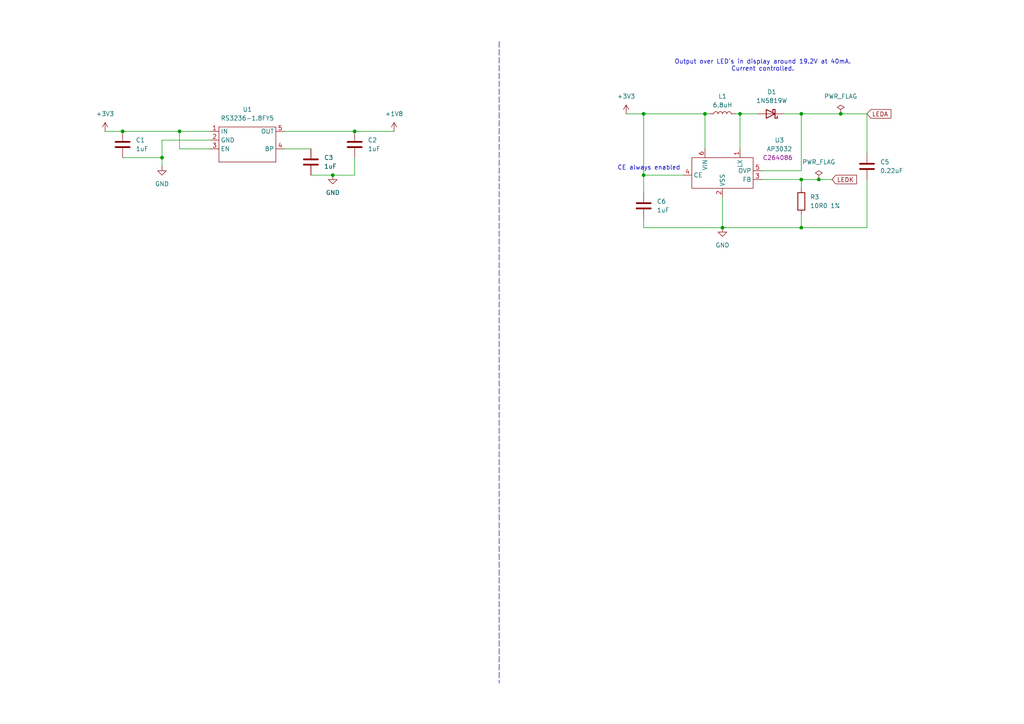
<source format=kicad_sch>
(kicad_sch (version 20231120) (generator "eeschema") (generator_version "8.0")
  (paper "A4")
  (lib_symbols
    (symbol "Device:C" (pin_numbers hide) (pin_names (offset 0.254))
      (property "Reference" "C" (at 0.635 2.54 0))
      (property "Value" "C" (at 0.635 -2.54 0))
      (symbol "C_0_1"
        (polyline (pts (xy -2.032 -0.762) (xy 2.032 -0.762)) (stroke (width 0.508)))
        (polyline (pts (xy -2.032 0.762) (xy 2.032 0.762)) (stroke (width 0.508)))
      )
      (symbol "C_1_1"
        (pin passive line (at 0 3.81 270) (length 2.794) (name "~") (number "1"))
        (pin passive line (at 0 -3.81 90) (length 2.794) (name "~") (number "2"))
      )
    )
    (symbol "Device:D_Schottky" (pin_numbers hide) (pin_names (offset 1.016) hide)
      (property "Reference" "D" (at 0 2.54 0))
      (property "Value" "D_Schottky" (at 0 -2.54 0))
      (symbol "D_Schottky_0_1"
        (polyline (pts (xy 1.27 0) (xy -1.27 0)))
        (polyline (pts (xy 1.27 1.27) (xy 1.27 -1.27) (xy -1.27 0) (xy 1.27 1.27)) (stroke (width 0.254)))
        (polyline (pts (xy -1.905 0.635) (xy -1.905 1.27) (xy -1.27 1.27) (xy -1.27 -1.27) (xy -0.635 -1.27) (xy -0.635 -0.635)) (stroke (width 0.254)))
      )
      (symbol "D_Schottky_1_1"
        (pin passive line (at -3.81 0 0) (length 2.54) (name "K") (number "1"))
        (pin passive line (at 3.81 0 180) (length 2.54) (name "A") (number "2"))
      )
    )
    (symbol "Device:L" (pin_numbers hide) (pin_names (offset 1.016) hide)
      (property "Reference" "L" (at -1.27 0 90))
      (property "Value" "L" (at 1.905 0 90))
      (symbol "L_0_1"
        (arc (start 0 -2.54) (mid 0.6323 -1.905) (end 0 -1.27))
        (arc (start 0 -1.27) (mid 0.6323 -0.635) (end 0 0))
        (arc (start 0 0) (mid 0.6323 0.635) (end 0 1.27))
        (arc (start 0 1.27) (mid 0.6323 1.905) (end 0 2.54))
      )
      (symbol "L_1_1"
        (pin passive line (at 0 3.81 270) (length 1.27) (name "1") (number "1"))
        (pin passive line (at 0 -3.81 90) (length 1.27) (name "2") (number "2"))
      )
    )
    (symbol "Device:R" (pin_numbers hide) (pin_names (offset 0))
      (property "Reference" "R" (at 2.032 0 90))
      (property "Value" "R" (at 0 0 90))
      (symbol "R_0_1"
        (rectangle (start -1.016 -2.54) (end 1.016 2.54) (stroke (width 0.254)))
      )
      (symbol "R_1_1"
        (pin passive line (at 0 3.81 270) (length 1.27) (name "~") (number "1"))
        (pin passive line (at 0 -3.81 90) (length 1.27) (name "~") (number "2"))
      )
    )
    (symbol "ap3127b-custom:ap3127b-sot-23-6l"
      (property "Reference" "U" (at 4.318 5.334 0))
      (property "Value" "AP3127B" (at 5.08 0 0))
      (property "LCSC" "C130343" (at -2.794 -7.874 0))
      (symbol "ap3127b-sot-23-6l_0_1"
        (polyline (pts (xy 3.81 -1.27) (xy 3.81 -1.27)))
        (polyline (pts (xy -3.81 3.81) (xy -3.81 -5.08) (xy 13.97 -5.08) (xy 13.97 3.81) (xy -3.81 3.81)))
      )
      (symbol "ap3127b-sot-23-6l_1_1"
        (pin input line (at 10.16 6.35 270) (length 2.54) (name "LX") (number "1"))
        (pin input line (at 5.08 -7.62 90) (length 2.54) (name "VSS") (number "2"))
        (pin input line (at 16.51 -2.54 180) (length 2.54) (name "FB") (number "3"))
        (pin input line (at -6.35 -1.27 0) (length 2.54) (name "CE") (number "4"))
        (pin input line (at 16.51 0 180) (length 2.54) (name "OVP") (number "5"))
        (pin input line (at 0 6.35 270) (length 2.54) (name "VIN") (number "6"))
      )
    )
    (symbol "power:+1V8" (power) (pin_numbers hide) (pin_names (offset 0) hide)
      (property "Value" "+1V8" (at 0 3.556 0))
      (symbol "+1V8_0_1"
        (polyline (pts (xy -0.762 1.27) (xy 0 2.54)))
        (polyline (pts (xy 0 0) (xy 0 2.54)))
        (polyline (pts (xy 0 2.54) (xy 0.762 1.27)))
      )
      (symbol "+1V8_1_1"
        (pin power_in line (at 0 0 90) (length 0) (name "~") (number "1"))
      )
    )
    (symbol "power:+3V3" (power) (pin_numbers hide) (pin_names (offset 0) hide)
      (property "Value" "+3V3" (at 0 3.556 0))
      (symbol "+3V3_0_1"
        (polyline (pts (xy -0.762 1.27) (xy 0 2.54)))
        (polyline (pts (xy 0 0) (xy 0 2.54)))
        (polyline (pts (xy 0 2.54) (xy 0.762 1.27)))
      )
      (symbol "+3V3_1_1"
        (pin power_in line (at 0 0 90) (length 0) (name "~") (number "1"))
      )
    )
    (symbol "power:GND" (power) (pin_numbers hide) (pin_names (offset 0) hide)
      (property "Value" "GND" (at 0 -3.81 0))
      (symbol "GND_0_1"
        (polyline (pts (xy 0 0) (xy 0 -1.27) (xy 1.27 -1.27) (xy 0 -2.54) (xy -1.27 -1.27) (xy 0 -1.27)))
      )
      (symbol "GND_1_1"
        (pin power_in line (at 0 0 270) (length 0) (name "~") (number "1"))
      )
    )
    (symbol "power:PWR_FLAG" (power) (pin_numbers hide) (pin_names (offset 0) hide)
      (property "Value" "PWR_FLAG" (at 0 3.81 0))
      (symbol "PWR_FLAG_0_0"
        (pin power_out line (at 0 0 90) (length 0) (name "~") (number "1"))
      )
      (symbol "PWR_FLAG_0_1"
        (polyline (pts (xy 0 0) (xy 0 1.27) (xy -1.016 1.905) (xy 0 2.54) (xy 1.016 1.905) (xy 0 1.27)))
      )
    )
    (symbol "rs3236:rs3236-2.8yf5"
      (property "Reference" "U" (at 0 0 0))
      (property "Value" "RS3236-2.5FY5" (at 0 0 0))
      (symbol "rs3236-2.8yf5_0_1"
        (polyline (pts (xy -1.27 -1.27) (xy 15.24 -1.27)))
        (polyline (pts (xy -1.27 8.89) (xy -1.27 -1.27)))
        (polyline (pts (xy 15.24 8.89) (xy -1.27 8.89)))
        (polyline (pts (xy 15.24 8.89) (xy 15.24 -1.27)))
      )
      (symbol "rs3236-2.8yf5_1_1"
        (pin power_in line (at -3.81 7.62 0) (length 2.54) (name "IN") (number "1"))
        (pin power_in line (at -3.81 5.08 0) (length 2.54) (name "GND") (number "2"))
        (pin input line (at -3.81 2.54 0) (length 2.54) (name "EN") (number "3"))
        (pin output line (at 17.78 2.54 180) (length 2.54) (name "BP") (number "4"))
        (pin power_out line (at 17.78 7.62 180) (length 2.54) (name "OUT") (number "5"))
      )
    )
  )
  (junction (at 35.56 38.1))
  (junction (at 96.52 50.8))
  (junction (at 214.63 33.02))
  (junction (at 52.07 38.1))
  (junction (at 46.99 45.72))
  (junction (at 232.41 33.02))
  (junction (at 204.47 33.02))
  (junction (at 243.84 33.02))
  (junction (at 232.41 66.04))
  (junction (at 186.69 50.8))
  (junction (at 237.49 52.07))
  (junction (at 186.69 33.02))
  (junction (at 209.55 66.04))
  (junction (at 102.87 38.1))
  (junction (at 232.41 52.07))
  (wire (pts (xy 35.56 38.1) (xy 52.07 38.1)))
  (wire (pts (xy 102.87 50.8) (xy 102.87 45.72)))
  (wire (pts (xy 186.69 50.8) (xy 198.12 50.8)))
  (wire (pts (xy 214.63 33.02) (xy 214.63 43.18)))
  (wire (pts (xy 181.61 33.02) (xy 186.69 33.02)))
  (wire (pts (xy 209.55 66.04) (xy 186.69 66.04)))
  (wire (pts (xy 204.47 33.02) (xy 205.74 33.02)))
  (wire (pts (xy 60.96 40.64) (xy 46.99 40.64)))
  (wire (pts (xy 232.41 66.04) (xy 251.46 66.04)))
  (wire (pts (xy 232.41 52.07) (xy 237.49 52.07)))
  (wire (pts (xy 96.52 50.8) (xy 102.87 50.8)))
  (wire (pts (xy 220.98 49.53) (xy 232.41 49.53)))
  (wire (pts (xy 30.48 38.1) (xy 35.56 38.1)))
  (wire (pts (xy 237.49 52.07) (xy 241.3 52.07)))
  (wire (pts (xy 243.84 33.02) (xy 251.46 33.02)))
  (wire (pts (xy 213.36 33.02) (xy 214.63 33.02)))
  (wire (pts (xy 46.99 40.64) (xy 46.99 45.72)))
  (wire (pts (xy 251.46 33.02) (xy 251.46 44.45)))
  (wire (pts (xy 186.69 33.02) (xy 186.69 50.8)))
  (wire (pts (xy 60.96 43.18) (xy 52.07 43.18)))
  (wire (pts (xy 52.07 38.1) (xy 60.96 38.1)))
  (wire (pts (xy 82.55 43.18) (xy 90.17 43.18)))
  (wire (pts (xy 232.41 33.02) (xy 243.84 33.02)))
  (wire (pts (xy 186.69 66.04) (xy 186.69 63.5)))
  (wire (pts (xy 90.17 50.8) (xy 96.52 50.8)))
  (wire (pts (xy 209.55 66.04) (xy 232.41 66.04)))
  (wire (pts (xy 232.41 52.07) (xy 232.41 54.61)))
  (wire (pts (xy 214.63 33.02) (xy 219.71 33.02)))
  (polyline (pts (xy 144.78 12.065) (xy 144.78 198.12)) (stroke (width 0) (type dash)))
  (wire (pts (xy 227.33 33.02) (xy 232.41 33.02)))
  (wire (pts (xy 186.69 33.02) (xy 204.47 33.02)))
  (wire (pts (xy 220.98 52.07) (xy 232.41 52.07)))
  (wire (pts (xy 209.55 57.15) (xy 209.55 66.04)))
  (wire (pts (xy 102.87 38.1) (xy 114.3 38.1)))
  (wire (pts (xy 82.55 38.1) (xy 102.87 38.1)))
  (wire (pts (xy 186.69 50.8) (xy 186.69 55.88)))
  (wire (pts (xy 52.07 43.18) (xy 52.07 38.1)))
  (wire (pts (xy 251.46 52.07) (xy 251.46 66.04)))
  (wire (pts (xy 232.41 49.53) (xy 232.41 33.02)))
  (wire (pts (xy 46.99 45.72) (xy 46.99 48.26)))
  (wire (pts (xy 35.56 45.72) (xy 46.99 45.72)))
  (wire (pts (xy 204.47 33.02) (xy 204.47 43.18)))
  (wire (pts (xy 232.41 62.23) (xy 232.41 66.04)))
  (text "CE always enabled" (at 188.214 48.768 0) (effects (font (size 1.27 1.27))))
  (text "Output over LED's in display around 19.2V at 40mA.\nCurrent controlled." (at 221.234 19.05 0) (effects (font (size 1.27 1.27))))
  (global_label "LEDK" (shape input) (at 241.3 52.07 0) (property "Intersheetrefs" "${INTERSHEET_REFS}" (effects (hide yes))))
  (global_label "LEDA" (shape input) (at 251.46 33.02 0) (property "Intersheetrefs" "${INTERSHEET_REFS}" (effects (hide yes))))
  (symbol (lib_id "Device:D_Schottky") (at 223.52 33.02 180) (unit 1)
    (property "Reference" "D1" (at 223.8375 26.67 0))
    (property "Value" "1N5819W" (at 223.8375 29.21 0))
    (property "Footprint" "Diode_SMD:D_SOD-123" (effects (hide yes)))
    (property "Description" "Schottky diode" (effects (hide yes)))
    (property "LCSC" "C402219" (effects (hide yes)))
  )
  (symbol (lib_id "ap3127b-custom:ap3127b-sot-23-6l") (at 204.47 49.53 0) (unit 1)
    (property "Reference" "U3" (at 226.06 40.6714 0))
    (property "Value" "AP3032" (at 226.06 43.2114 0))
    (property "Footprint" "Package_TO_SOT_SMD:SOT-23-6" (effects (hide yes)))
    (property "Datasheet" "https://www.diodes.com/assets/Datasheets/AP3032.pdf" (effects (hide yes)))
    (property "Description" "Step-UP DC/DC converter / LED driver" (effects (hide yes)))
    (property "LCSC" "C264086 " (at 226.06 45.7514 0))
  )
  (symbol (lib_id "Device:C") (at 251.46 48.26 0) (unit 1)
    (property "Reference" "C5" (at 255.27 46.9899 0) (effects (justify left)))
    (property "Value" "0.22uF" (at 255.27 49.5299 0) (effects (justify left)))
    (property "Footprint" "Capacitor_SMD:C_0603_1608Metric" (effects (hide yes)))
    (property "Description" "Unpolarized capacitor" (effects (hide yes)))
  )
  (symbol (lib_id "Device:R") (at 232.41 58.42 0) (unit 1)
    (property "Reference" "R3" (at 234.95 57.1499 0) (effects (justify left)))
    (property "Value" "10R0 1%" (at 234.95 59.6899 0) (effects (justify left)))
    (property "Footprint" "Resistor_SMD:R_0603_1608Metric" (effects (hide yes)))
    (property "Description" "Resistor" (effects (hide yes)))
    (property "LCSC" " C103222 " (effects (hide yes)))
  )
  (symbol (lib_id "Device:C") (at 186.69 59.69 0) (unit 1)
    (property "Reference" "C6" (at 190.5 58.4199 0) (effects (justify left)))
    (property "Value" "1uF" (at 190.5 60.9599 0) (effects (justify left)))
    (property "Footprint" "Capacitor_SMD:C_0603_1608Metric" (effects (hide yes)))
    (property "Description" "Unpolarized capacitor" (effects (hide yes)))
    (property "LCSC" "C126631" (effects (hide yes)))
  )
  (symbol (lib_id "power:+1V8") (at 114.3 38.1 0) (unit 1)
    (property "Reference" "#PWR05" (effects (hide yes)))
    (property "Value" "+1V8" (at 114.3 33.02 0))
    (property "Description" "Power symbol creates a global label with name \"+1V8\"" (effects (hide yes)))
  )
  (symbol (lib_id "power:+3V3") (at 181.61 33.02 0) (unit 1)
    (property "Reference" "#PWR014" (effects (hide yes)))
    (property "Value" "+3V3" (at 181.61 27.94 0))
    (property "Description" "Power symbol creates a global label with name \"+3V3\"" (effects (hide yes)))
  )
  (symbol (lib_id "power:PWR_FLAG") (at 237.49 52.07 0) (unit 1)
    (property "Reference" "#FLG01" (effects (hide yes)))
    (property "Value" "PWR_FLAG" (at 237.49 46.99 0))
    (property "Description" "Special symbol for telling ERC where power comes from" (effects (hide yes)))
  )
  (symbol (lib_id "Device:C") (at 90.17 46.99 0) (unit 1)
    (property "Reference" "C3" (at 93.98 45.7199 0) (effects (justify left)))
    (property "Value" "1uF" (at 93.98 48.2599 0) (effects (justify left)))
    (property "Footprint" "Capacitor_SMD:C_0603_1608Metric" (effects (hide yes)))
    (property "Description" "Unpolarized capacitor" (effects (hide yes)))
    (property "LCSC" "C126631" (effects (hide yes)))
  )
  (symbol (lib_id "power:GND") (at 46.99 48.26 0) (unit 1)
    (property "Reference" "#PWR04" (effects (hide yes)))
    (property "Value" "GND" (at 46.99 53.34 0))
    (property "Description" "Power symbol creates a global label with name \"GND\" , ground" (effects (hide yes)))
  )
  (symbol (lib_id "power:GND") (at 96.52 50.8 0) (unit 1)
    (property "Reference" "#PWR06" (effects (hide yes)))
    (property "Value" "GND" (at 96.52 55.88 0))
    (property "Description" "Power symbol creates a global label with name \"GND\" , ground" (effects (hide yes)))
  )
  (symbol (lib_id "rs3236:rs3236-2.8yf5") (at 64.77 45.72 0) (unit 1)
    (property "Reference" "U1" (at 71.755 31.75 0))
    (property "Value" "RS3236-1.8FY5" (at 71.755 34.29 0))
    (property "Footprint" "Package_TO_SOT_SMD:SOT-23-5" (effects (hide yes)))
    (property "Datasheet" "https://www.lcsc.com/datasheet/lcsc_datasheet_2304140030_Jiangsu-RUNIC-Tech-RS3236-2-5YF5_C379344.pdf" (effects (hide yes)))
    (property "Description" "Low dropout 2.5V voltage regulator" (effects (hide yes)))
    (property "LCSC" "C379345" (effects (hide yes)))
  )
  (symbol (lib_id "power:GND") (at 209.55 66.04 0) (unit 1)
    (property "Reference" "#PWR013" (effects (hide yes)))
    (property "Value" "GND" (at 209.55 71.12 0))
    (property "Description" "Power symbol creates a global label with name \"GND\" , ground" (effects (hide yes)))
  )
  (symbol (lib_id "Device:C") (at 102.87 41.91 0) (unit 1)
    (property "Reference" "C2" (at 106.68 40.6399 0) (effects (justify left)))
    (property "Value" "1uF" (at 106.68 43.1799 0) (effects (justify left)))
    (property "Footprint" "Capacitor_SMD:C_0603_1608Metric" (effects (hide yes)))
    (property "Description" "Unpolarized capacitor" (effects (hide yes)))
    (property "LCSC" "C126631" (effects (hide yes)))
  )
  (symbol (lib_id "power:+3V3") (at 30.48 38.1 0) (unit 1)
    (property "Reference" "#PWR03" (effects (hide yes)))
    (property "Value" "+3V3" (at 30.48 33.02 0))
    (property "Description" "Power symbol creates a global label with name \"+3V3\"" (effects (hide yes)))
  )
  (symbol (lib_id "Device:L") (at 209.55 33.02 90) (unit 1)
    (property "Reference" "L1" (at 209.55 27.94 90))
    (property "Value" "6.8uH" (at 209.55 30.48 90))
    (property "Footprint" "Inductor_SMD:L_1210_3225Metric" (effects (hide yes)))
    (property "Description" "Inductor" (effects (hide yes)))
    (property "LCSC" "C394999 " (effects (hide yes)))
  )
  (symbol (lib_id "Device:C") (at 35.56 41.91 0) (unit 1)
    (property "Reference" "C1" (at 39.37 40.6399 0) (effects (justify left)))
    (property "Value" "1uF" (at 39.37 43.1799 0) (effects (justify left)))
    (property "Footprint" "Capacitor_SMD:C_0603_1608Metric" (effects (hide yes)))
    (property "Description" "Unpolarized capacitor" (effects (hide yes)))
    (property "LCSC" "C126631" (effects (hide yes)))
  )
  (symbol (lib_id "power:PWR_FLAG") (at 243.84 33.02 0) (unit 1)
    (property "Reference" "#FLG03" (effects (hide yes)))
    (property "Value" "PWR_FLAG" (at 243.84 27.94 0))
    (property "Description" "Special symbol for telling ERC where power comes from" (effects (hide yes)))
  )
)
</source>
